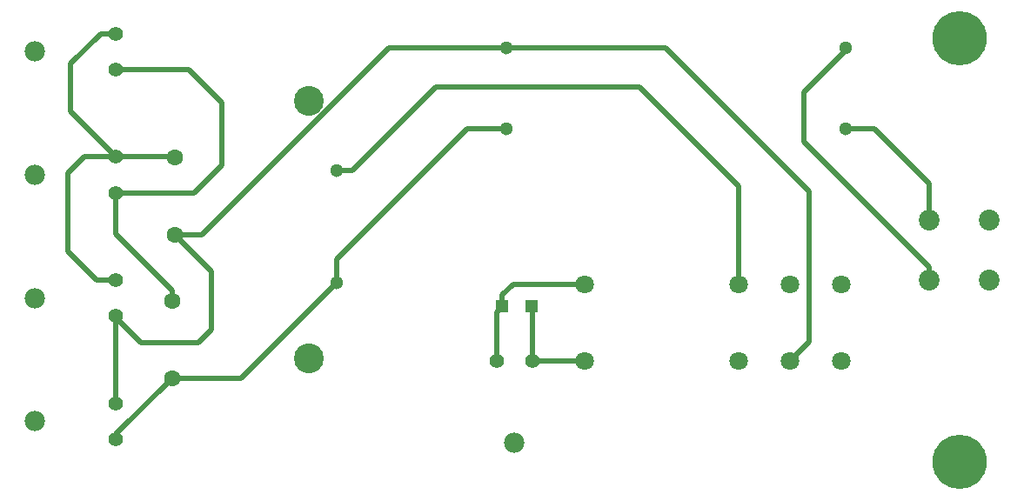
<source format=gbr>
G04 #@! TF.FileFunction,Copper,L1,Top,Signal*
%FSLAX46Y46*%
G04 Gerber Fmt 4.6, Leading zero omitted, Abs format (unit mm)*
G04 Created by KiCad (PCBNEW 4.0.7-e2-6376~58~ubuntu16.04.1) date Mon Feb  5 21:35:03 2018*
%MOMM*%
%LPD*%
G01*
G04 APERTURE LIST*
%ADD10C,0.100000*%
%ADD11C,2.020000*%
%ADD12C,5.280000*%
%ADD13C,1.800000*%
%ADD14R,1.200000X1.200000*%
%ADD15C,1.600000*%
%ADD16C,1.300000*%
%ADD17C,2.900000*%
%ADD18C,1.397000*%
%ADD19C,1.981000*%
%ADD20C,0.508000*%
G04 APERTURE END LIST*
D10*
D11*
X186436000Y-55880000D03*
X186436000Y-50040000D03*
X192286000Y-50040000D03*
X192286000Y-55880000D03*
D12*
X189366000Y-32350000D03*
X189366000Y-73570000D03*
D13*
X172908000Y-56254000D03*
X172908000Y-63754000D03*
X167908000Y-63754000D03*
X152908000Y-63754000D03*
X152908000Y-56254000D03*
X167908000Y-56254000D03*
X177908000Y-63754000D03*
X177908000Y-56254000D03*
D14*
X147704000Y-58420000D03*
X144904000Y-58420000D03*
D15*
X113030000Y-43942000D03*
X113020000Y-51442000D03*
X112776000Y-57912000D03*
X112766000Y-65412000D03*
D16*
X178308000Y-41148000D03*
X145308000Y-41148000D03*
X178308000Y-33274000D03*
X145308000Y-33274000D03*
X128778000Y-56134000D03*
X128778000Y-45234000D03*
D17*
X126108000Y-63447000D03*
X126108000Y-38407000D03*
D18*
X107287000Y-59374000D03*
X107287000Y-55874000D03*
D19*
X99377000Y-57624000D03*
D18*
X107287000Y-47374000D03*
X107287000Y-43874000D03*
D19*
X99377000Y-45624000D03*
D18*
X107287000Y-35374000D03*
X107287000Y-31874000D03*
D19*
X99377000Y-33624000D03*
D18*
X147828000Y-63754000D03*
X144328000Y-63754000D03*
D19*
X146078000Y-71664000D03*
D18*
X107287000Y-71374000D03*
X107287000Y-67874000D03*
D19*
X99377000Y-69624000D03*
D20*
X144328000Y-63754000D02*
X144328000Y-58996000D01*
X144328000Y-58996000D02*
X144904000Y-58420000D01*
X144904000Y-58420000D02*
X144904000Y-57280000D01*
X145930000Y-56254000D02*
X152908000Y-56254000D01*
X144904000Y-57280000D02*
X145930000Y-56254000D01*
X147828000Y-63754000D02*
X147828000Y-58544000D01*
X147828000Y-58544000D02*
X147704000Y-58420000D01*
X147828000Y-63754000D02*
X152908000Y-63754000D01*
X147704000Y-58420000D02*
X147704000Y-58550000D01*
X107287000Y-55874000D02*
X105404000Y-55874000D01*
X104208000Y-43874000D02*
X107287000Y-43874000D01*
X102616000Y-45466000D02*
X104208000Y-43874000D01*
X102616000Y-53086000D02*
X102616000Y-45466000D01*
X105404000Y-55874000D02*
X102616000Y-53086000D01*
X107287000Y-31874000D02*
X105794000Y-31874000D01*
X102870000Y-39457000D02*
X107287000Y-43874000D01*
X102870000Y-34798000D02*
X102870000Y-39457000D01*
X105794000Y-31874000D02*
X102870000Y-34798000D01*
X107287000Y-43874000D02*
X112962000Y-43874000D01*
X112962000Y-43874000D02*
X113030000Y-43942000D01*
X113020000Y-51442000D02*
X115690000Y-51442000D01*
X133858000Y-33274000D02*
X145308000Y-33274000D01*
X115690000Y-51442000D02*
X133858000Y-33274000D01*
X145308000Y-33274000D02*
X160782000Y-33274000D01*
X160782000Y-33274000D02*
X174752000Y-47244000D01*
X174752000Y-47244000D02*
X174752000Y-61910000D01*
X174752000Y-61910000D02*
X172908000Y-63754000D01*
X107287000Y-59374000D02*
X107287000Y-59535000D01*
X107287000Y-59535000D02*
X109728000Y-61976000D01*
X116586000Y-55008000D02*
X113020000Y-51442000D01*
X116586000Y-60706000D02*
X116586000Y-55008000D01*
X115316000Y-61976000D02*
X116586000Y-60706000D01*
X109728000Y-61976000D02*
X115316000Y-61976000D01*
X107287000Y-67874000D02*
X107287000Y-59374000D01*
X107287000Y-47374000D02*
X114932000Y-47374000D01*
X114368000Y-35374000D02*
X107287000Y-35374000D01*
X117602000Y-38608000D02*
X114368000Y-35374000D01*
X117602000Y-44704000D02*
X117602000Y-38608000D01*
X114932000Y-47374000D02*
X117602000Y-44704000D01*
X112776000Y-57912000D02*
X112776000Y-56896000D01*
X107287000Y-51407000D02*
X107287000Y-47374000D01*
X112776000Y-56896000D02*
X107287000Y-51407000D01*
X128778000Y-56134000D02*
X128778000Y-53848000D01*
X141478000Y-41148000D02*
X145308000Y-41148000D01*
X128778000Y-53848000D02*
X141478000Y-41148000D01*
X112766000Y-65412000D02*
X119500000Y-65412000D01*
X119500000Y-65412000D02*
X128778000Y-56134000D01*
X112886000Y-65532000D02*
X112766000Y-65412000D01*
X107287000Y-71374000D02*
X107287000Y-70891000D01*
X107287000Y-70891000D02*
X112766000Y-65412000D01*
X178308000Y-41148000D02*
X181102000Y-41148000D01*
X186436000Y-46482000D02*
X186436000Y-50040000D01*
X181102000Y-41148000D02*
X186436000Y-46482000D01*
X178308000Y-33274000D02*
X178308000Y-33528000D01*
X178308000Y-33528000D02*
X174244000Y-37592000D01*
X186436000Y-54610000D02*
X186436000Y-55880000D01*
X174244000Y-42418000D02*
X186436000Y-54610000D01*
X174244000Y-37592000D02*
X174244000Y-42418000D01*
X128778000Y-45234000D02*
X130280000Y-45234000D01*
X167908000Y-46750000D02*
X167908000Y-56254000D01*
X158242000Y-37084000D02*
X167908000Y-46750000D01*
X138430000Y-37084000D02*
X158242000Y-37084000D01*
X130280000Y-45234000D02*
X138430000Y-37084000D01*
X128778000Y-45234000D02*
X128778000Y-45212000D01*
M02*

</source>
